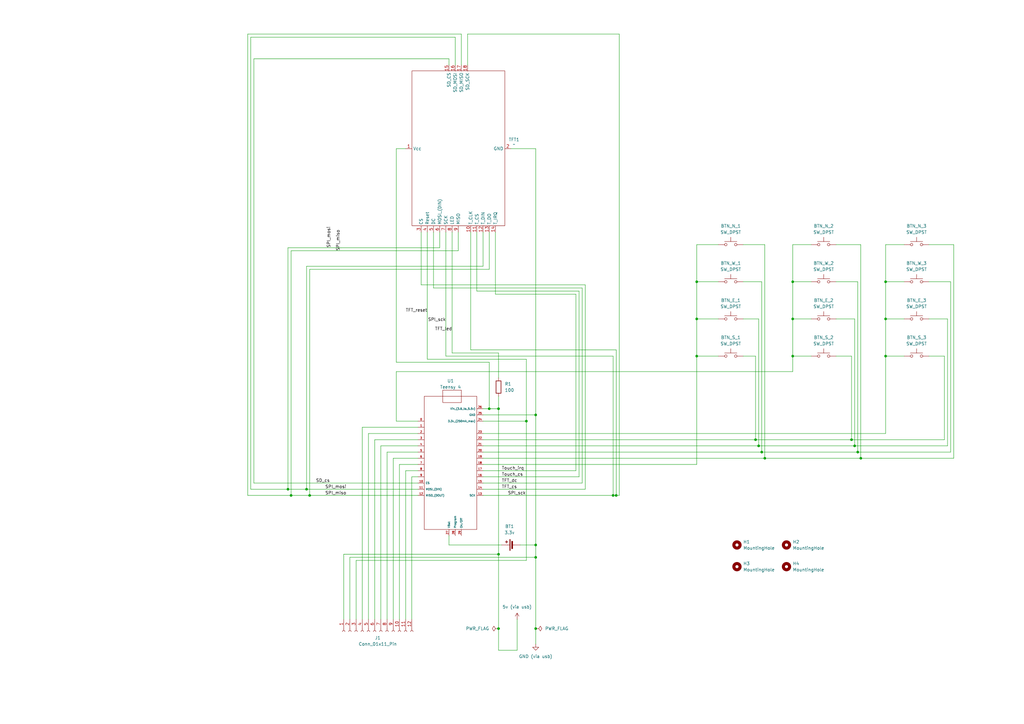
<source format=kicad_sch>
(kicad_sch (version 20231120) (generator "eeschema") (generator_version "8.0")
  (paper "A3")
  (title_block (title "teensy 4 handheld game console") (date "2024-09-04") (rev "0"))
  (lib_symbols
    (symbol "Connector:Conn_01x12_Socket" (pin_names (offset 1.016) hide)
      (property "Reference" "J" (at 0 15.24 0))
      (property "Value" "Conn_01x12_Socket" (at 0 -17.78 0))
      (symbol "Conn_01x12_Socket_1_1"
        (arc (start 0 -14.732) (mid -0.5058 -15.24) (end 0 -15.748) (stroke (width 0.1524)))
        (arc (start 0 -12.192) (mid -0.5058 -12.7) (end 0 -13.208) (stroke (width 0.1524)))
        (arc (start 0 -9.652) (mid -0.5058 -10.16) (end 0 -10.668) (stroke (width 0.1524)))
        (arc (start 0 -7.112) (mid -0.5058 -7.62) (end 0 -8.128) (stroke (width 0.1524)))
        (arc (start 0 -4.572) (mid -0.5058 -5.08) (end 0 -5.588) (stroke (width 0.1524)))
        (arc (start 0 -2.032) (mid -0.5058 -2.54) (end 0 -3.048) (stroke (width 0.1524)))
        (polyline (pts (xy -1.27 -15.24) (xy -0.508 -15.24)) (stroke (width 0.1524)))
        (polyline (pts (xy -1.27 -12.7) (xy -0.508 -12.7)) (stroke (width 0.1524)))
        (polyline (pts (xy -1.27 -10.16) (xy -0.508 -10.16)) (stroke (width 0.1524)))
        (polyline (pts (xy -1.27 -7.62) (xy -0.508 -7.62)) (stroke (width 0.1524)))
        (polyline (pts (xy -1.27 -5.08) (xy -0.508 -5.08)) (stroke (width 0.1524)))
        (polyline (pts (xy -1.27 -2.54) (xy -0.508 -2.54)) (stroke (width 0.1524)))
        (polyline (pts (xy -1.27 0) (xy -0.508 0)) (stroke (width 0.1524)))
        (polyline (pts (xy -1.27 2.54) (xy -0.508 2.54)) (stroke (width 0.1524)))
        (polyline (pts (xy -1.27 5.08) (xy -0.508 5.08)) (stroke (width 0.1524)))
        (polyline (pts (xy -1.27 7.62) (xy -0.508 7.62)) (stroke (width 0.1524)))
        (polyline (pts (xy -1.27 10.16) (xy -0.508 10.16)) (stroke (width 0.1524)))
        (polyline (pts (xy -1.27 12.7) (xy -0.508 12.7)) (stroke (width 0.1524)))
        (arc (start 0 0.508) (mid -0.5058 0) (end 0 -0.508) (stroke (width 0.1524)))
        (arc (start 0 3.048) (mid -0.5058 2.54) (end 0 2.032) (stroke (width 0.1524)))
        (arc (start 0 5.588) (mid -0.5058 5.08) (end 0 4.572) (stroke (width 0.1524)))
        (arc (start 0 8.128) (mid -0.5058 7.62) (end 0 7.112) (stroke (width 0.1524)))
        (arc (start 0 10.668) (mid -0.5058 10.16) (end 0 9.652) (stroke (width 0.1524)))
        (arc (start 0 13.208) (mid -0.5058 12.7) (end 0 12.192) (stroke (width 0.1524)))
        (pin passive line (at -5.08 12.7 0) (length 3.81) (name "Pin_1") (number "1"))
        (pin passive line (at -5.08 -10.16 0) (length 3.81) (name "Pin_10") (number "10"))
        (pin passive line (at -5.08 -12.7 0) (length 3.81) (name "Pin_11") (number "11"))
        (pin passive line (at -5.08 -15.24 0) (length 3.81) (name "Pin_12") (number "12"))
        (pin passive line (at -5.08 10.16 0) (length 3.81) (name "Pin_2") (number "2"))
        (pin passive line (at -5.08 7.62 0) (length 3.81) (name "Pin_3") (number "3"))
        (pin passive line (at -5.08 5.08 0) (length 3.81) (name "Pin_4") (number "4"))
        (pin passive line (at -5.08 2.54 0) (length 3.81) (name "Pin_5") (number "5"))
        (pin passive line (at -5.08 0 0) (length 3.81) (name "Pin_6") (number "6"))
        (pin passive line (at -5.08 -2.54 0) (length 3.81) (name "Pin_7") (number "7"))
        (pin passive line (at -5.08 -5.08 0) (length 3.81) (name "Pin_8") (number "8"))
        (pin passive line (at -5.08 -7.62 0) (length 3.81) (name "Pin_9") (number "9"))
      )
    )
    (symbol "Device:Battery_Cell" (pin_numbers hide) (pin_names (offset 0) hide)
      (property "Reference" "BT" (at 2.54 2.54 0))
      (property "Value" "Battery_Cell" (at 2.54 0 0))
      (symbol "Battery_Cell_0_1"
        (rectangle (start -2.286 1.778) (end 2.286 1.524) (fill (type outline)))
        (rectangle (start -1.524 1.016) (end 1.524 0.508) (fill (type outline)))
        (polyline (pts (xy 0 0.762) (xy 0 0)))
        (polyline (pts (xy 0 1.778) (xy 0 2.54)))
        (polyline (pts (xy 0.762 3.048) (xy 1.778 3.048)) (stroke (width 0.254)))
        (polyline (pts (xy 1.27 3.556) (xy 1.27 2.54)) (stroke (width 0.254)))
      )
      (symbol "Battery_Cell_1_1"
        (pin passive line (at 0 5.08 270) (length 2.54) (name "+") (number "1"))
        (pin passive line (at 0 -2.54 90) (length 2.54) (name "-") (number "2"))
      )
    )
    (symbol "Device:R" (pin_numbers hide) (pin_names (offset 0))
      (property "Reference" "R" (at 2.032 0 90))
      (property "Value" "R" (at 0 0 90))
      (symbol "R_0_1"
        (rectangle (start -1.016 -2.54) (end 1.016 2.54) (stroke (width 0.254)))
      )
      (symbol "R_1_1"
        (pin passive line (at 0 3.81 270) (length 1.27) (name "~") (number "1"))
        (pin passive line (at 0 -3.81 90) (length 1.27) (name "~") (number "2"))
      )
    )
    (symbol "Mechanical:MountingHole" (pin_names (offset 1.016)) (exclude_from_sim yes) (in_bom no)
      (property "Reference" "H" (at 0 5.08 0))
      (property "Value" "MountingHole" (at 0 3.175 0))
      (symbol "MountingHole_0_1"
        (circle (center 0 0) (radius 1.27) (stroke (width 1.27)))
      )
    )
    (symbol "Switch:SW_Push" (pin_numbers hide) (pin_names (offset 1.016) hide)
      (property "Reference" "SW" (at 1.27 2.54 0))
      (property "Value" "SW_Push" (at 0 -1.524 0))
      (symbol "SW_Push_0_1"
        (circle (center -2.032 0) (radius 0.508))
        (polyline (pts (xy 0 1.27) (xy 0 3.048)))
        (polyline (pts (xy 2.54 1.27) (xy -2.54 1.27)))
        (circle (center 2.032 0) (radius 0.508))
        (pin passive line (at -5.08 0 0) (length 2.54) (name "1") (number "1"))
        (pin passive line (at 5.08 0 180) (length 2.54) (name "2") (number "2"))
      )
    )
    (symbol "power:GND" (power) (pin_numbers hide) (pin_names (offset 0) hide)
      (property "Value" "GND" (at 0 -3.81 0))
      (symbol "GND_0_1"
        (polyline (pts (xy 0 0) (xy 0 -1.27) (xy 1.27 -1.27) (xy 0 -2.54) (xy -1.27 -1.27) (xy 0 -1.27)))
      )
      (symbol "GND_1_1"
        (pin power_in line (at 0 0 270) (length 0) (name "~") (number "1"))
      )
    )
    (symbol "power:PWR_FLAG" (power) (pin_numbers hide) (pin_names (offset 0) hide)
      (property "Value" "PWR_FLAG" (at 0 3.81 0))
      (symbol "PWR_FLAG_0_0"
        (pin power_out line (at 0 0 90) (length 0) (name "~") (number "1"))
      )
      (symbol "PWR_FLAG_0_1"
        (polyline (pts (xy 0 0) (xy 0 1.27) (xy -1.016 1.905) (xy 0 2.54) (xy 1.016 1.905) (xy 0 1.27)))
      )
    )
    (symbol "power:VCC" (power) (pin_numbers hide) (pin_names (offset 0) hide)
      (property "Value" "VCC" (at 0 3.556 0))
      (symbol "VCC_0_1"
        (polyline (pts (xy -0.762 1.27) (xy 0 2.54)))
        (polyline (pts (xy 0 0) (xy 0 2.54)))
        (polyline (pts (xy 0 2.54) (xy 0.762 1.27)))
      )
      (symbol "VCC_1_1"
        (pin power_in line (at 0 0 90) (length 0) (name "~") (number "1"))
      )
    )
    (symbol "symbols_library:Teensy_4_Micro_controller"
      (property "Reference" "U" (at -0.508 0.254 0))
      (symbol "Teensy_4_Micro_controller_0_1"
        (rectangle (start -11.43 26.67) (end 10.16 -27.94))
        (rectangle (start -3.81 29.21) (end 3.81 24.13))
      )
      (symbol "Teensy_4_Micro_controller_1_1"
        (pin bidirectional line (at -13.97 16.51 0) (length 2.54) (name "") (number "0"))
        (pin bidirectional line (at -13.97 13.97 0) (length 2.54) (name "") (number "1"))
        (pin bidirectional line (at -13.97 -8.89 0) (length 2.54) (name "CS") (number "10"))
        (pin bidirectional line (at -13.97 -11.43 0) (length 2.54) (name "MOSI_(DIN)") (number "11"))
        (pin bidirectional line (at -13.97 -13.97 0) (length 2.54) (name "MISO_(DOUT)") (number "12"))
        (pin bidirectional line (at 12.7 -13.97 180) (length 2.54) (name "SCK") (number "13"))
        (pin bidirectional line (at 12.7 -11.43 180) (length 2.54) (name "") (number "14"))
        (pin bidirectional line (at 12.7 -8.89 180) (length 2.54) (name "") (number "15"))
        (pin bidirectional line (at 12.7 -6.35 180) (length 2.54) (name "") (number "16"))
        (pin bidirectional line (at 12.7 -3.81 180) (length 2.54) (name "") (number "17"))
        (pin bidirectional line (at 12.7 -1.27 180) (length 2.54) (name "") (number "18"))
        (pin bidirectional line (at 12.7 1.27 180) (length 2.54) (name "") (number "19"))
        (pin bidirectional line (at -13.97 11.43 0) (length 2.54) (name "") (number "2"))
        (pin bidirectional line (at 12.7 3.81 180) (length 2.54) (name "") (number "20"))
        (pin bidirectional line (at 12.7 6.35 180) (length 2.54) (name "") (number "21"))
        (pin bidirectional line (at 12.7 8.89 180) (length 2.54) (name "") (number "22"))
        (pin bidirectional line (at 12.7 11.43 180) (length 2.54) (name "") (number "23"))
        (pin power_out line (at 12.7 16.51 180) (length 2.54) (name "3.3v_(250mA_max)") (number "24"))
        (pin power_in line (at 12.7 19.05 180) (length 2.54) (name "GND") (number "25"))
        (pin power_in line (at 12.7 21.59 180) (length 2.54) (name "Vin_(3.6_to_5.5v)") (number "26"))
        (pin power_out line (at -1.27 -30.48 90) (length 2.54) (name "VBat") (number "27"))
        (pin input line (at 1.27 -30.48 90) (length 2.54) (name "Program") (number "28"))
        (pin input line (at 3.81 -30.48 90) (length 2.54) (name "On/Off") (number "29"))
        (pin bidirectional line (at -13.97 8.89 0) (length 2.54) (name "") (number "3"))
        (pin bidirectional line (at -13.97 6.35 0) (length 2.54) (name "") (number "4"))
        (pin bidirectional line (at -13.97 3.81 0) (length 2.54) (name "") (number "5"))
        (pin bidirectional line (at -13.97 1.27 0) (length 2.54) (name "") (number "6"))
        (pin bidirectional line (at -13.97 -1.27 0) (length 2.54) (name "") (number "7"))
        (pin bidirectional line (at -13.97 -3.81 0) (length 2.54) (name "") (number "8"))
        (pin bidirectional line (at -13.97 -6.35 0) (length 2.54) (name "") (number "9"))
      )
    )
    (symbol "symbols_library:ili9341_display"
      (property "Reference" "TFT" (at 0 -0.254 0))
      (symbol "ili9341_display_0_1"
        (rectangle (start -31.89 19.12) (end 31.61 -19))
      )
      (symbol "ili9341_display_1_1"
        (pin power_in line (at 0 -21.59 90) (length 2.54) (name "Vcc") (number "1"))
        (pin input line (at 34.29 5.08 180) (length 2.54) (name "T_CLK") (number "10"))
        (pin input line (at 34.29 7.62 180) (length 2.54) (name "T_CS") (number "11"))
        (pin input line (at 34.29 10.16 180) (length 2.54) (name "T_DIN") (number "12"))
        (pin input line (at 34.29 12.7 180) (length 2.54) (name "T_DO") (number "13"))
        (pin input line (at 34.29 15.24 180) (length 2.54) (name "T_IRQ") (number "14"))
        (pin input line (at -34.29 -3.81 0) (length 2.54) (name "SD_CS") (number "15"))
        (pin input line (at -34.29 -1.27 0) (length 2.54) (name "SD_MOSI") (number "16"))
        (pin input line (at -34.29 1.27 0) (length 2.54) (name "SD_MISO") (number "17"))
        (pin input line (at -34.29 3.81 0) (length 2.54) (name "SD_SCK") (number "18"))
        (pin power_in line (at 0 21.59 270) (length 2.54) (name "GND") (number "2"))
        (pin input line (at 34.29 -15.24 180) (length 2.54) (name "CS") (number "3"))
        (pin input line (at 34.29 -12.7 180) (length 2.54) (name "Reset") (number "4"))
        (pin input line (at 34.29 -10.16 180) (length 2.54) (name "DC") (number "5"))
        (pin input line (at 34.29 -7.62 180) (length 2.54) (name "MOSI_(DIN)") (number "6"))
        (pin input line (at 34.29 -5.08 180) (length 2.54) (name "SCK") (number "7"))
        (pin input line (at 34.29 -2.54 180) (length 2.54) (name "LED") (number "8"))
        (pin input line (at 34.29 0 180) (length 2.54) (name "MISO") (number "9"))
      )
    )
  )
  (junction (at 351.79 185.42))
  (junction (at 325.12 146.05))
  (junction (at 204.47 167.64))
  (junction (at 363.22 115.57))
  (junction (at 285.75 115.57))
  (junction (at 219.71 228.6))
  (junction (at 252.73 203.2))
  (junction (at 200.66 167.64))
  (junction (at 219.71 257.81))
  (junction (at 363.22 130.81))
  (junction (at 353.06 187.96))
  (junction (at 215.9 172.72))
  (junction (at 119.38 203.2))
  (junction (at 219.71 223.52))
  (junction (at 204.47 257.81))
  (junction (at 251.46 203.2))
  (junction (at 325.12 130.81))
  (junction (at 363.22 146.05))
  (junction (at 118.11 200.66))
  (junction (at 204.47 227.33))
  (junction (at 350.52 182.88))
  (junction (at 219.71 170.18))
  (junction (at 313.69 187.96))
  (junction (at 311.15 182.88))
  (junction (at 125.73 200.66))
  (junction (at 312.42 185.42))
  (junction (at 127 203.2))
  (junction (at 285.75 146.05))
  (junction (at 325.12 115.57))
  (junction (at 285.75 130.81))
  (junction (at 309.88 180.34))
  (junction (at 349.25 180.34))
  (wire (pts (xy 172.72 95.25) (xy 172.72 116.84)))
  (wire (pts (xy 143.51 228.6) (xy 219.71 228.6)))
  (wire (pts (xy 252.73 143.51) (xy 252.73 203.2)))
  (wire (pts (xy 204.47 144.78) (xy 204.47 154.94)))
  (wire (pts (xy 200.66 95.25) (xy 200.66 110.49)))
  (wire (pts (xy 312.42 185.42) (xy 351.79 185.42)))
  (wire (pts (xy 325.12 115.57) (xy 332.74 115.57)))
  (wire (pts (xy 119.38 102.87) (xy 119.38 203.2)))
  (wire (pts (xy 118.11 200.66) (xy 125.73 200.66)))
  (wire (pts (xy 198.12 203.2) (xy 251.46 203.2)))
  (wire (pts (xy 175.26 95.25) (xy 175.26 147.32)))
  (wire (pts (xy 388.62 130.81) (xy 388.62 182.88)))
  (wire (pts (xy 240.03 116.84) (xy 240.03 200.66)))
  (wire (pts (xy 119.38 203.2) (xy 127 203.2)))
  (wire (pts (xy 171.45 177.8) (xy 151.13 177.8)))
  (wire (pts (xy 186.69 15.24) (xy 102.87 15.24)))
  (wire (pts (xy 304.8 146.05) (xy 309.88 146.05)))
  (wire (pts (xy 219.71 170.18) (xy 219.71 223.52)))
  (wire (pts (xy 162.56 172.72) (xy 171.45 172.72)))
  (wire (pts (xy 168.91 195.58) (xy 168.91 254)))
  (wire (pts (xy 252.73 203.2) (xy 251.46 203.2)))
  (wire (pts (xy 350.52 182.88) (xy 388.62 182.88)))
  (wire (pts (xy 353.06 187.96) (xy 391.16 187.96)))
  (wire (pts (xy 198.12 109.22) (xy 125.73 109.22)))
  (wire (pts (xy 325.12 100.33) (xy 325.12 115.57)))
  (wire (pts (xy 251.46 146.05) (xy 182.88 146.05)))
  (wire (pts (xy 127 110.49) (xy 127 203.2)))
  (wire (pts (xy 325.12 146.05) (xy 332.74 146.05)))
  (wire (pts (xy 381 146.05) (xy 387.35 146.05)))
  (wire (pts (xy 198.12 170.18) (xy 219.71 170.18)))
  (wire (pts (xy 363.22 130.81) (xy 363.22 146.05)))
  (wire (pts (xy 191.77 26.67) (xy 191.77 13.97)))
  (wire (pts (xy 285.75 130.81) (xy 294.64 130.81)))
  (wire (pts (xy 363.22 115.57) (xy 370.84 115.57)))
  (wire (pts (xy 198.12 187.96) (xy 313.69 187.96)))
  (wire (pts (xy 349.25 180.34) (xy 387.35 180.34)))
  (wire (pts (xy 285.75 100.33) (xy 285.75 115.57)))
  (wire (pts (xy 125.73 200.66) (xy 171.45 200.66)))
  (wire (pts (xy 215.9 172.72) (xy 215.9 147.32)))
  (wire (pts (xy 171.45 180.34) (xy 153.67 180.34)))
  (wire (pts (xy 198.12 185.42) (xy 312.42 185.42)))
  (wire (pts (xy 309.88 146.05) (xy 309.88 180.34)))
  (wire (pts (xy 195.58 95.25) (xy 195.58 119.38)))
  (wire (pts (xy 171.45 185.42) (xy 158.75 185.42)))
  (wire (pts (xy 171.45 193.04) (xy 166.37 193.04)))
  (wire (pts (xy 237.49 119.38) (xy 237.49 195.58)))
  (wire (pts (xy 185.42 144.78) (xy 204.47 144.78)))
  (wire (pts (xy 381 130.81) (xy 388.62 130.81)))
  (wire (pts (xy 285.75 146.05) (xy 294.64 146.05)))
  (wire (pts (xy 191.77 13.97) (xy 254 13.97)))
  (wire (pts (xy 187.96 95.25) (xy 187.96 102.87)))
  (wire (pts (xy 171.45 187.96) (xy 161.29 187.96)))
  (wire (pts (xy 351.79 185.42) (xy 389.89 185.42)))
  (wire (pts (xy 101.6 13.97) (xy 101.6 203.2)))
  (wire (pts (xy 251.46 203.2) (xy 251.46 146.05)))
  (wire (pts (xy 161.29 187.96) (xy 161.29 254)))
  (wire (pts (xy 342.9 115.57) (xy 351.79 115.57)))
  (wire (pts (xy 163.83 190.5) (xy 163.83 254)))
  (wire (pts (xy 238.76 198.12) (xy 198.12 198.12)))
  (wire (pts (xy 200.66 167.64) (xy 200.66 148.59)))
  (wire (pts (xy 304.8 130.81) (xy 311.15 130.81)))
  (wire (pts (xy 325.12 146.05) (xy 325.12 152.4)))
  (wire (pts (xy 389.89 115.57) (xy 389.89 185.42)))
  (wire (pts (xy 198.12 190.5) (xy 285.75 190.5)))
  (wire (pts (xy 325.12 152.4) (xy 162.56 152.4)))
  (wire (pts (xy 200.66 167.64) (xy 204.47 167.64)))
  (wire (pts (xy 350.52 130.81) (xy 350.52 182.88)))
  (wire (pts (xy 200.66 110.49) (xy 127 110.49)))
  (wire (pts (xy 177.8 118.11) (xy 238.76 118.11)))
  (wire (pts (xy 125.73 109.22) (xy 125.73 200.66)))
  (wire (pts (xy 140.97 227.33) (xy 140.97 254)))
  (wire (pts (xy 186.69 26.67) (xy 186.69 15.24)))
  (wire (pts (xy 351.79 115.57) (xy 351.79 185.42)))
  (wire (pts (xy 312.42 115.57) (xy 312.42 185.42)))
  (wire (pts (xy 146.05 229.87) (xy 215.9 229.87)))
  (wire (pts (xy 148.59 175.26) (xy 148.59 254)))
  (wire (pts (xy 198.12 95.25) (xy 198.12 109.22)))
  (wire (pts (xy 304.8 100.33) (xy 313.69 100.33)))
  (wire (pts (xy 104.14 24.13) (xy 184.15 24.13)))
  (wire (pts (xy 285.75 130.81) (xy 285.75 146.05)))
  (wire (pts (xy 198.12 182.88) (xy 311.15 182.88)))
  (wire (pts (xy 195.58 119.38) (xy 237.49 119.38)))
  (wire (pts (xy 153.67 180.34) (xy 153.67 254)))
  (wire (pts (xy 219.71 228.6) (xy 219.71 257.81)))
  (wire (pts (xy 156.21 182.88) (xy 156.21 254)))
  (wire (pts (xy 370.84 130.81) (xy 363.22 130.81)))
  (wire (pts (xy 215.9 229.87) (xy 215.9 172.72)))
  (wire (pts (xy 309.88 180.34) (xy 349.25 180.34)))
  (wire (pts (xy 127 203.2) (xy 171.45 203.2)))
  (wire (pts (xy 363.22 146.05) (xy 363.22 177.8)))
  (wire (pts (xy 101.6 203.2) (xy 119.38 203.2)))
  (wire (pts (xy 325.12 115.57) (xy 325.12 130.81)))
  (wire (pts (xy 363.22 146.05) (xy 370.84 146.05)))
  (wire (pts (xy 325.12 130.81) (xy 332.74 130.81)))
  (wire (pts (xy 325.12 100.33) (xy 332.74 100.33)))
  (wire (pts (xy 189.23 13.97) (xy 101.6 13.97)))
  (wire (pts (xy 203.2 95.25) (xy 203.2 120.65)))
  (wire (pts (xy 146.05 229.87) (xy 146.05 254)))
  (wire (pts (xy 140.97 227.33) (xy 204.47 227.33)))
  (wire (pts (xy 118.11 200.66) (xy 118.11 101.6)))
  (wire (pts (xy 193.04 95.25) (xy 193.04 143.51)))
  (wire (pts (xy 162.56 152.4) (xy 162.56 172.72)))
  (wire (pts (xy 205.74 223.52) (xy 184.15 223.52)))
  (wire (pts (xy 236.22 193.04) (xy 198.12 193.04)))
  (wire (pts (xy 171.45 195.58) (xy 168.91 195.58)))
  (wire (pts (xy 118.11 101.6) (xy 180.34 101.6)))
  (wire (pts (xy 171.45 175.26) (xy 148.59 175.26)))
  (wire (pts (xy 219.71 223.52) (xy 219.71 228.6)))
  (wire (pts (xy 198.12 180.34) (xy 309.88 180.34)))
  (wire (pts (xy 285.75 115.57) (xy 294.64 115.57)))
  (wire (pts (xy 219.71 60.96) (xy 219.71 170.18)))
  (wire (pts (xy 238.76 118.11) (xy 238.76 198.12)))
  (wire (pts (xy 363.22 100.33) (xy 363.22 115.57)))
  (wire (pts (xy 387.35 146.05) (xy 387.35 180.34)))
  (wire (pts (xy 162.56 148.59) (xy 162.56 60.96)))
  (wire (pts (xy 102.87 200.66) (xy 118.11 200.66)))
  (wire (pts (xy 285.75 146.05) (xy 285.75 190.5)))
  (wire (pts (xy 184.15 24.13) (xy 184.15 26.67)))
  (wire (pts (xy 198.12 167.64) (xy 200.66 167.64)))
  (wire (pts (xy 349.25 146.05) (xy 349.25 180.34)))
  (wire (pts (xy 240.03 200.66) (xy 198.12 200.66)))
  (wire (pts (xy 193.04 143.51) (xy 252.73 143.51)))
  (wire (pts (xy 171.45 182.88) (xy 156.21 182.88)))
  (wire (pts (xy 254 13.97) (xy 254 203.2)))
  (wire (pts (xy 363.22 177.8) (xy 198.12 177.8)))
  (wire (pts (xy 185.42 95.25) (xy 185.42 144.78)))
  (wire (pts (xy 180.34 95.25) (xy 180.34 101.6)))
  (wire (pts (xy 285.75 100.33) (xy 294.64 100.33)))
  (wire (pts (xy 313.69 100.33) (xy 313.69 187.96)))
  (wire (pts (xy 381 115.57) (xy 389.89 115.57)))
  (wire (pts (xy 304.8 115.57) (xy 312.42 115.57)))
  (wire (pts (xy 177.8 95.25) (xy 177.8 118.11)))
  (wire (pts (xy 104.14 198.12) (xy 171.45 198.12)))
  (wire (pts (xy 311.15 130.81) (xy 311.15 182.88)))
  (wire (pts (xy 104.14 24.13) (xy 104.14 198.12)))
  (wire (pts (xy 143.51 254) (xy 143.51 228.6)))
  (wire (pts (xy 204.47 227.33) (xy 204.47 257.81)))
  (wire (pts (xy 166.37 193.04) (xy 166.37 254)))
  (wire (pts (xy 381 100.33) (xy 391.16 100.33)))
  (wire (pts (xy 189.23 26.67) (xy 189.23 13.97)))
  (wire (pts (xy 184.15 223.52) (xy 184.15 219.71)))
  (wire (pts (xy 342.9 146.05) (xy 349.25 146.05)))
  (wire (pts (xy 237.49 195.58) (xy 198.12 195.58)))
  (wire (pts (xy 171.45 190.5) (xy 163.83 190.5)))
  (wire (pts (xy 363.22 115.57) (xy 363.22 130.81)))
  (wire (pts (xy 204.47 167.64) (xy 204.47 227.33)))
  (wire (pts (xy 151.13 177.8) (xy 151.13 254)))
  (wire (pts (xy 311.15 182.88) (xy 350.52 182.88)))
  (wire (pts (xy 162.56 148.59) (xy 200.66 148.59)))
  (wire (pts (xy 204.47 162.56) (xy 204.47 167.64)))
  (wire (pts (xy 342.9 100.33) (xy 353.06 100.33)))
  (wire (pts (xy 198.12 172.72) (xy 215.9 172.72)))
  (wire (pts (xy 158.75 185.42) (xy 158.75 254)))
  (wire (pts (xy 215.9 147.32) (xy 175.26 147.32)))
  (wire (pts (xy 187.96 102.87) (xy 119.38 102.87)))
  (wire (pts (xy 172.72 116.84) (xy 240.03 116.84)))
  (wire (pts (xy 236.22 120.65) (xy 236.22 193.04)))
  (wire (pts (xy 204.47 266.7) (xy 204.47 257.81)))
  (wire (pts (xy 102.87 15.24) (xy 102.87 200.66)))
  (wire (pts (xy 313.69 187.96) (xy 353.06 187.96)))
  (wire (pts (xy 213.36 223.52) (xy 219.71 223.52)))
  (wire (pts (xy 212.09 254) (xy 212.09 266.7)))
  (wire (pts (xy 212.09 266.7) (xy 204.47 266.7)))
  (wire (pts (xy 203.2 120.65) (xy 236.22 120.65)))
  (wire (pts (xy 391.16 100.33) (xy 391.16 187.96)))
  (wire (pts (xy 182.88 95.25) (xy 182.88 146.05)))
  (wire (pts (xy 325.12 130.81) (xy 325.12 146.05)))
  (wire (pts (xy 342.9 130.81) (xy 350.52 130.81)))
  (wire (pts (xy 209.55 60.96) (xy 219.71 60.96)))
  (wire (pts (xy 363.22 100.33) (xy 370.84 100.33)))
  (wire (pts (xy 254 203.2) (xy 252.73 203.2)))
  (wire (pts (xy 353.06 100.33) (xy 353.06 187.96)))
  (wire (pts (xy 285.75 115.57) (xy 285.75 130.81)))
  (wire (pts (xy 162.56 60.96) (xy 166.37 60.96)))
  (wire (pts (xy 219.71 257.81) (xy 219.71 264.16)))
  (label "TFT_dc" (at 205.74 198.12 0))
  (label "SPI_mosi" (at 133.35 200.66 0))
  (label "TFT_cs" (at 205.74 200.66 0))
  (label "Touch_irq" (at 205.74 193.04 0))
  (label "SPI_mosi" (at 135.89 101.6 90))
  (label "SPI_sck" (at 182.88 132.08 180))
  (label "TFT_led" (at 185.42 135.89 180))
  (label "SPI_miso" (at 133.35 203.2 0))
  (label "SPI_sck" (at 208.28 203.2 0))
  (label "Touch_cs" (at 205.74 195.58 0))
  (label "SPI_miso" (at 139.7 102.87 90))
  (label "TFT_reset" (at 175.26 128.27 180))
  (label "SD_cs" (at 129.54 198.12 0))
  (symbol (lib_id "Switch:SW_Push") (at 299.72 115.57 0) (unit 1)
    (property "Reference" "BTN_W_1" (at 299.72 107.95 0))
    (property "Value" "SW_DPST" (at 299.72 110.49 0))
    (property "Footprint" "000_game_console_footprints:tactile switch 6.5 x 4.5" (effects (hide yes)))
    (property "Description" "Push button switch, generic, two pins" (effects (hide yes)))
  )
  (symbol (lib_id "power:GND") (at 219.71 264.16 0) (unit 1)
    (property "Reference" "#PWR02" (effects (hide yes)))
    (property "Value" "GND (via usb)" (at 219.71 269.24 0))
    (property "Description" "Power symbol creates a global label with name \"GND\" , ground" (effects (hide yes)))
  )
  (symbol (lib_id "Mechanical:MountingHole") (at 302.26 223.52 0) (unit 1) (exclude_from_sim yes) (in_bom no)
    (property "Reference" "H1" (at 304.8 222.2499 0) (effects (justify left)))
    (property "Value" "MountingHole" (at 304.8 224.7899 0) (effects (justify left)))
    (property "Footprint" "MountingHole:MountingHole_2.2mm_M2" (effects (hide yes)))
    (property "Description" "Mounting Hole without connection" (effects (hide yes)))
  )
  (symbol (lib_id "symbols_library:Teensy_4_Micro_controller") (at 185.42 189.23 0) (unit 1)
    (property "Reference" "U1" (at 184.785 156.21 0))
    (property "Value" "Teensy 4" (at 184.785 158.75 0))
    (property "Footprint" "000_game_console_footprints:teensy_4" (effects (hide yes)))
  )
  (symbol (lib_id "Switch:SW_Push") (at 375.92 100.33 0) (unit 1)
    (property "Reference" "BTN_N_3" (at 375.92 92.71 0))
    (property "Value" "SW_DPST" (at 375.92 95.25 0))
    (property "Footprint" "000_game_console_footprints:tactile switch 6.5 x 4.5" (effects (hide yes)))
    (property "Description" "Push button switch, generic, two pins" (effects (hide yes)))
  )
  (symbol (lib_id "Mechanical:MountingHole") (at 322.58 232.41 0) (unit 1) (exclude_from_sim yes) (in_bom no)
    (property "Reference" "H4" (at 325.12 231.1399 0) (effects (justify left)))
    (property "Value" "MountingHole" (at 325.12 233.6799 0) (effects (justify left)))
    (property "Footprint" "MountingHole:MountingHole_2.2mm_M2" (effects (hide yes)))
    (property "Description" "Mounting Hole without connection" (effects (hide yes)))
  )
  (symbol (lib_id "Switch:SW_Push") (at 375.92 146.05 0) (unit 1)
    (property "Reference" "BTN_S_3" (at 375.92 138.43 0))
    (property "Value" "SW_DPST" (at 375.92 140.97 0))
    (property "Footprint" "000_game_console_footprints:tactile switch 6.5 x 4.5" (effects (hide yes)))
    (property "Description" "Push button switch, generic, two pins" (effects (hide yes)))
  )
  (symbol (lib_id "Switch:SW_Push") (at 337.82 146.05 0) (unit 1)
    (property "Reference" "BTN_S_2" (at 337.82 138.43 0))
    (property "Value" "SW_DPST" (at 337.82 140.97 0))
    (property "Footprint" "000_game_console_footprints:tactile switch 6.5 x 4.5" (effects (hide yes)))
    (property "Description" "Push button switch, generic, two pins" (effects (hide yes)))
  )
  (symbol (lib_id "Switch:SW_Push") (at 375.92 115.57 0) (unit 1)
    (property "Reference" "BTN_W_3" (at 375.92 107.95 0))
    (property "Value" "SW_DPST" (at 375.92 110.49 0))
    (property "Footprint" "000_game_console_footprints:tactile switch 6.5 x 4.5" (effects (hide yes)))
    (property "Description" "Push button switch, generic, two pins" (effects (hide yes)))
  )
  (symbol (lib_id "Switch:SW_Push") (at 299.72 146.05 0) (unit 1)
    (property "Reference" "BTN_S_1" (at 299.72 138.43 0))
    (property "Value" "SW_DPST" (at 299.72 140.97 0))
    (property "Footprint" "000_game_console_footprints:tactile switch 6.5 x 4.5" (effects (hide yes)))
    (property "Description" "Push button switch, generic, two pins" (effects (hide yes)))
  )
  (symbol (lib_id "Switch:SW_Push") (at 337.82 115.57 0) (unit 1)
    (property "Reference" "BTN_W_2" (at 337.82 107.95 0))
    (property "Value" "SW_DPST" (at 337.82 110.49 0))
    (property "Footprint" "000_game_console_footprints:tactile switch 6.5 x 4.5" (effects (hide yes)))
    (property "Description" "Push button switch, generic, two pins" (effects (hide yes)))
  )
  (symbol (lib_id "Switch:SW_Push") (at 375.92 130.81 0) (unit 1)
    (property "Reference" "BTN_E_3" (at 375.92 123.19 0))
    (property "Value" "SW_DPST" (at 375.92 125.73 0))
    (property "Footprint" "000_game_console_footprints:tactile switch 6.5 x 4.5" (effects (hide yes)))
    (property "Description" "Push button switch, generic, two pins" (effects (hide yes)))
  )
  (symbol (lib_id "power:PWR_FLAG") (at 204.47 257.81 90) (unit 1)
    (property "Reference" "#FLG01" (effects (hide yes)))
    (property "Value" "PWR_FLAG" (at 200.66 257.8099 90) (effects (justify left)))
    (property "Description" "Special symbol for telling ERC where power comes from" (effects (hide yes)))
  )
  (symbol (lib_id "power:PWR_FLAG") (at 219.71 257.81 270) (unit 1)
    (property "Reference" "#FLG02" (effects (hide yes)))
    (property "Value" "PWR_FLAG" (at 223.52 257.8099 90) (effects (justify left)))
    (property "Description" "Special symbol for telling ERC where power comes from" (effects (hide yes)))
  )
  (symbol (lib_id "Switch:SW_Push") (at 337.82 100.33 0) (unit 1)
    (property "Reference" "BTN_N_2" (at 337.82 92.71 0))
    (property "Value" "SW_DPST" (at 337.82 95.25 0))
    (property "Footprint" "000_game_console_footprints:tactile switch 6.5 x 4.5" (effects (hide yes)))
    (property "Description" "Push button switch, generic, two pins" (effects (hide yes)))
  )
  (symbol (lib_id "Mechanical:MountingHole") (at 302.26 232.41 0) (unit 1) (exclude_from_sim yes) (in_bom no)
    (property "Reference" "H3" (at 304.8 231.1399 0) (effects (justify left)))
    (property "Value" "MountingHole" (at 304.8 233.6799 0) (effects (justify left)))
    (property "Footprint" "MountingHole:MountingHole_2.2mm_M2" (effects (hide yes)))
    (property "Description" "Mounting Hole without connection" (effects (hide yes)))
  )
  (symbol (lib_id "Switch:SW_Push") (at 337.82 130.81 0) (unit 1)
    (property "Reference" "BTN_E_2" (at 337.82 123.19 0))
    (property "Value" "SW_DPST" (at 337.82 125.73 0))
    (property "Footprint" "000_game_console_footprints:tactile switch 6.5 x 4.5" (effects (hide yes)))
    (property "Description" "Push button switch, generic, two pins" (effects (hide yes)))
  )
  (symbol (lib_id "power:VCC") (at 212.09 254 0) (unit 1)
    (property "Reference" "#PWR01" (effects (hide yes)))
    (property "Value" "5v (via usb)" (at 212.09 248.92 0))
    (property "Description" "Power symbol creates a global label with name \"VCC\"" (effects (hide yes)))
  )
  (symbol (lib_id "Mechanical:MountingHole") (at 322.58 223.52 0) (unit 1) (exclude_from_sim yes) (in_bom no)
    (property "Reference" "H2" (at 325.12 222.2499 0) (effects (justify left)))
    (property "Value" "MountingHole" (at 325.12 224.7899 0) (effects (justify left)))
    (property "Footprint" "MountingHole:MountingHole_2.2mm_M2" (effects (hide yes)))
    (property "Description" "Mounting Hole without connection" (effects (hide yes)))
  )
  (symbol (lib_id "Connector:Conn_01x12_Socket") (at 153.67 259.08 90) (mirror x) (unit 1)
    (property "Reference" "J1" (at 154.94 261.62 90))
    (property "Value" "Conn_01x11_Pin" (at 154.94 264.16 90))
    (property "Footprint" "Connector_PinHeader_2.54mm:PinHeader_1x12_P2.54mm_Vertical" (effects (hide yes)))
    (property "Description" "Generic connector, single row, 01x12, script generated" (effects (hide yes)))
  )
  (symbol (lib_id "Device:Battery_Cell") (at 210.82 223.52 90) (unit 1)
    (property "Reference" "BT1" (at 208.9785 215.9 90))
    (property "Value" "3.3v" (at 208.9785 218.44 90))
    (property "Footprint" "000_game_console_footprints:Battery_Holder" (effects (hide yes)))
    (property "Description" "Single-cell battery" (effects (hide yes)))
  )
  (symbol (lib_id "Device:R") (at 204.47 158.75 0) (unit 1)
    (property "Reference" "R1" (at 207.01 157.4799 0) (effects (justify left)))
    (property "Value" "100" (at 207.01 160.0199 0) (effects (justify left)))
    (property "Footprint" "Resistor_THT:R_Axial_DIN0207_L6.3mm_D2.5mm_P7.62mm_Horizontal" (effects (hide yes)))
    (property "Description" "Resistor" (effects (hide yes)))
  )
  (symbol (lib_id "Switch:SW_Push") (at 299.72 130.81 0) (unit 1)
    (property "Reference" "BTN_E_1" (at 299.72 123.19 0))
    (property "Value" "SW_DPST" (at 299.72 125.73 0))
    (property "Footprint" "000_game_console_footprints:tactile switch 6.5 x 4.5" (effects (hide yes)))
    (property "Description" "Push button switch, generic, two pins" (effects (hide yes)))
  )
  (symbol (lib_id "symbols_library:ili9341_display") (at 187.96 60.96 270) (unit 1)
    (property "Reference" "TFT1" (at 210.82 57.2768 90))
    (property "Value" "~" (at 210.82 59.1819 90))
    (property "Footprint" "000_game_console_footprints:TFT_touchscreen_ili9341_controller_chip" (effects (hide yes)))
  )
  (symbol (lib_id "Switch:SW_Push") (at 299.72 100.33 0) (unit 1)
    (property "Reference" "BTN_N_1" (at 299.72 92.71 0))
    (property "Value" "SW_DPST" (at 299.72 95.25 0))
    (property "Footprint" "000_game_console_footprints:tactile switch 6.5 x 4.5" (effects (hide yes)))
    (property "Description" "Push button switch, generic, two pins" (effects (hide yes)))
  )
)
</source>
